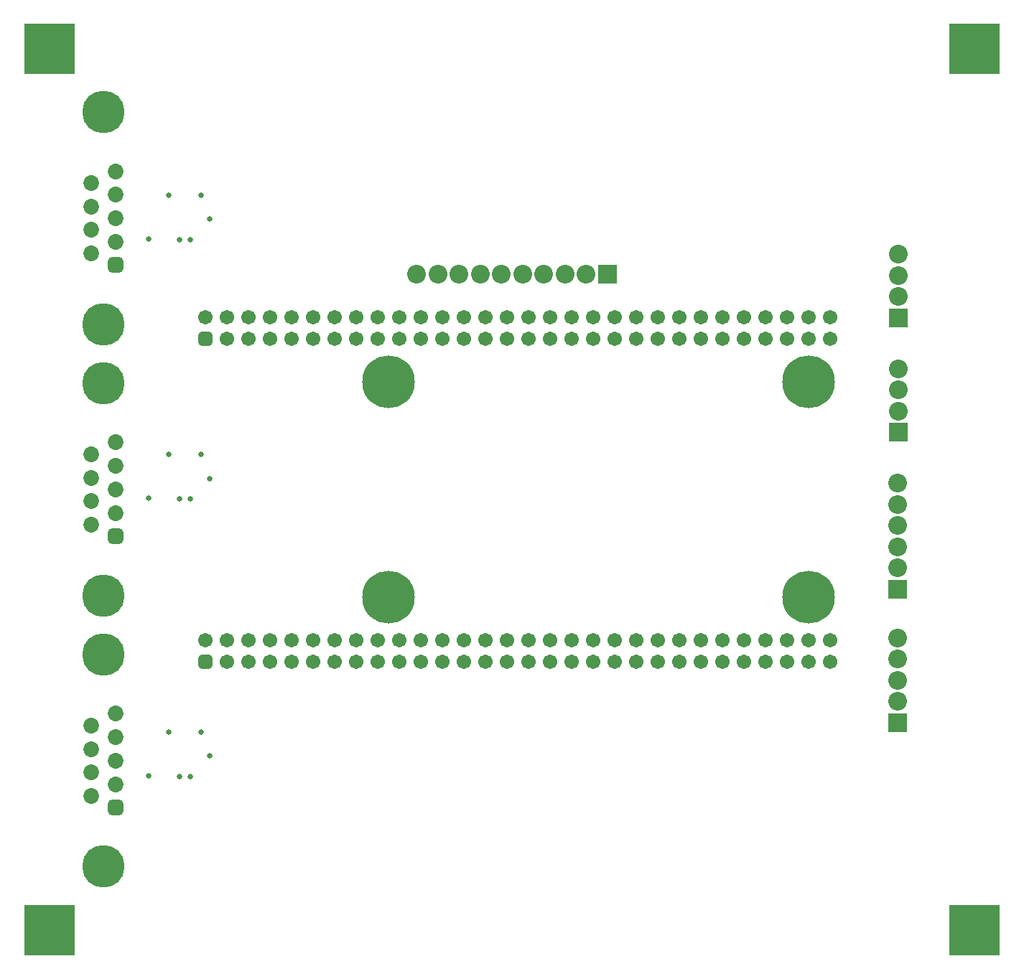
<source format=gbs>
G04*
G04 #@! TF.GenerationSoftware,Altium Limited,Altium Designer,26.1.1 (7)*
G04*
G04 Layer_Color=16711935*
%FSLAX44Y44*%
%MOMM*%
G71*
G04*
G04 #@! TF.SameCoordinates,87C32F03-2C6B-453D-A3F9-AEB93C4BCAE5*
G04*
G04*
G04 #@! TF.FilePolarity,Negative*
G04*
G01*
G75*
%ADD10R,6.0000X6.0000*%
%ADD16C,1.8532*%
G04:AMPARAMS|DCode=17|XSize=1.8532mm|YSize=1.8532mm|CornerRadius=0.5141mm|HoleSize=0mm|Usage=FLASHONLY|Rotation=270.000|XOffset=0mm|YOffset=0mm|HoleType=Round|Shape=RoundedRectangle|*
%AMROUNDEDRECTD17*
21,1,1.8532,0.8250,0,0,270.0*
21,1,0.8250,1.8532,0,0,270.0*
1,1,1.0282,-0.4125,-0.4125*
1,1,1.0282,-0.4125,0.4125*
1,1,1.0282,0.4125,0.4125*
1,1,1.0282,0.4125,-0.4125*
%
%ADD17ROUNDEDRECTD17*%
%ADD18C,5.0032*%
%ADD19C,1.7032*%
G04:AMPARAMS|DCode=20|XSize=1.7032mm|YSize=1.7032mm|CornerRadius=0.4766mm|HoleSize=0mm|Usage=FLASHONLY|Rotation=0.000|XOffset=0mm|YOffset=0mm|HoleType=Round|Shape=RoundedRectangle|*
%AMROUNDEDRECTD20*
21,1,1.7032,0.7500,0,0,0.0*
21,1,0.7500,1.7032,0,0,0.0*
1,1,0.9532,0.3750,-0.3750*
1,1,0.9532,-0.3750,-0.3750*
1,1,0.9532,-0.3750,0.3750*
1,1,0.9532,0.3750,0.3750*
%
%ADD20ROUNDEDRECTD20*%
%ADD21R,2.2032X2.2032*%
%ADD22C,2.2032*%
%ADD23R,2.2032X2.2032*%
%ADD24C,0.6532*%
%ADD25C,6.2032*%
%ADD26C,3.2032*%
%ADD44R,6.0004X6.0000*%
D10*
X29997Y1070000D02*
D03*
X1119997Y1070000D02*
D03*
X29997Y30000D02*
D03*
D16*
X107200Y550000D02*
D03*
Y577700D02*
D03*
Y605400D02*
D03*
Y522300D02*
D03*
X78800Y508450D02*
D03*
Y536150D02*
D03*
Y563850D02*
D03*
Y591550D02*
D03*
Y911550D02*
D03*
Y883850D02*
D03*
Y856150D02*
D03*
Y828450D02*
D03*
X107200Y842300D02*
D03*
Y925400D02*
D03*
Y897700D02*
D03*
Y870000D02*
D03*
X78800Y271550D02*
D03*
Y243850D02*
D03*
Y216150D02*
D03*
Y188450D02*
D03*
X107200Y202300D02*
D03*
Y285400D02*
D03*
Y257700D02*
D03*
Y230000D02*
D03*
D17*
Y494600D02*
D03*
Y814600D02*
D03*
Y174600D02*
D03*
D18*
X93000Y675000D02*
D03*
Y425000D02*
D03*
Y745000D02*
D03*
Y995000D02*
D03*
Y105000D02*
D03*
Y355000D02*
D03*
D19*
X950000Y753200D02*
D03*
X924600D02*
D03*
X899200D02*
D03*
X873800D02*
D03*
X848400D02*
D03*
X823000D02*
D03*
X797600D02*
D03*
X772200D02*
D03*
X746800D02*
D03*
X950000Y727800D02*
D03*
X924600D02*
D03*
X899200D02*
D03*
X873800D02*
D03*
X848400D02*
D03*
X823000D02*
D03*
X797600D02*
D03*
X772200D02*
D03*
X746800D02*
D03*
X721400Y753200D02*
D03*
X696000D02*
D03*
X721400Y727800D02*
D03*
X696000D02*
D03*
X619800Y753200D02*
D03*
Y727800D02*
D03*
X594400Y753200D02*
D03*
Y727800D02*
D03*
X543600Y753200D02*
D03*
Y727800D02*
D03*
X416600Y753200D02*
D03*
Y727800D02*
D03*
X365800Y753200D02*
D03*
Y727800D02*
D03*
X315000Y753200D02*
D03*
Y727800D02*
D03*
X264200Y753200D02*
D03*
Y727800D02*
D03*
X238800Y753200D02*
D03*
Y727800D02*
D03*
X213400Y753200D02*
D03*
X289600Y727800D02*
D03*
Y753200D02*
D03*
X340400Y727800D02*
D03*
Y753200D02*
D03*
X391200Y727800D02*
D03*
Y753200D02*
D03*
X442000Y727800D02*
D03*
Y753200D02*
D03*
X467400Y727800D02*
D03*
Y753200D02*
D03*
X492800Y727800D02*
D03*
Y753200D02*
D03*
X518200Y727800D02*
D03*
Y753200D02*
D03*
X569000Y727800D02*
D03*
Y753200D02*
D03*
X645200Y727800D02*
D03*
X670600D02*
D03*
X645200Y753200D02*
D03*
X670600D02*
D03*
X950000Y372200D02*
D03*
X924600D02*
D03*
X899200D02*
D03*
X873800D02*
D03*
X848400D02*
D03*
X823000D02*
D03*
X797600D02*
D03*
X772200D02*
D03*
X746800D02*
D03*
X950000Y346800D02*
D03*
X924600D02*
D03*
X899200D02*
D03*
X873800D02*
D03*
X848400D02*
D03*
X823000D02*
D03*
X797600D02*
D03*
X772200D02*
D03*
X746800D02*
D03*
X721400Y372200D02*
D03*
X696000D02*
D03*
X721400Y346800D02*
D03*
X696000D02*
D03*
X619800Y372200D02*
D03*
Y346800D02*
D03*
X594400Y372200D02*
D03*
Y346800D02*
D03*
X543600Y372200D02*
D03*
Y346800D02*
D03*
X416600Y372200D02*
D03*
Y346800D02*
D03*
X365800Y372200D02*
D03*
Y346800D02*
D03*
X315000Y372200D02*
D03*
Y346800D02*
D03*
X264200Y372200D02*
D03*
Y346800D02*
D03*
X238800Y372200D02*
D03*
Y346800D02*
D03*
X213400Y372200D02*
D03*
X289600Y346800D02*
D03*
Y372200D02*
D03*
X340400Y346800D02*
D03*
Y372200D02*
D03*
X391200Y346800D02*
D03*
Y372200D02*
D03*
X442000Y346800D02*
D03*
Y372200D02*
D03*
X467400Y346800D02*
D03*
Y372200D02*
D03*
X492800Y346800D02*
D03*
Y372200D02*
D03*
X518200Y346800D02*
D03*
Y372200D02*
D03*
X569000Y346800D02*
D03*
Y372200D02*
D03*
X645200Y346800D02*
D03*
X670600D02*
D03*
X645200Y372200D02*
D03*
X670600D02*
D03*
D20*
X213400Y727800D02*
D03*
Y346800D02*
D03*
D21*
X1030000Y752300D02*
D03*
X1029992Y432500D02*
D03*
Y275000D02*
D03*
X1030000Y617300D02*
D03*
D22*
Y777300D02*
D03*
Y802300D02*
D03*
Y827300D02*
D03*
X1029992Y557500D02*
D03*
Y532500D02*
D03*
Y457500D02*
D03*
Y482500D02*
D03*
Y507500D02*
D03*
X487500Y804000D02*
D03*
X512500D02*
D03*
X537500D02*
D03*
X562500D02*
D03*
X587500D02*
D03*
X612500D02*
D03*
X637500D02*
D03*
X662500D02*
D03*
X462500D02*
D03*
X1029992Y300000D02*
D03*
Y325000D02*
D03*
Y350000D02*
D03*
Y375000D02*
D03*
X1030000Y642300D02*
D03*
Y667300D02*
D03*
Y692300D02*
D03*
D23*
X687500Y804000D02*
D03*
D24*
X146270Y212420D02*
D03*
X146270Y845370D02*
D03*
X183100Y844400D02*
D03*
X195800D02*
D03*
X218660Y868850D02*
D03*
X170400Y896900D02*
D03*
X208500D02*
D03*
Y591000D02*
D03*
X208500Y263950D02*
D03*
X170400Y591000D02*
D03*
X218660Y562950D02*
D03*
X195800Y538500D02*
D03*
X183100D02*
D03*
X146270Y539470D02*
D03*
X183100Y211450D02*
D03*
X195800D02*
D03*
X218660Y235900D02*
D03*
X170400Y263950D02*
D03*
D25*
X429300Y423000D02*
D03*
X924600D02*
D03*
Y677000D02*
D03*
X429300D02*
D03*
D26*
X1120000Y1070000D02*
D03*
Y30000D02*
D03*
X30000Y30000D02*
D03*
Y1070000D02*
D03*
D44*
X1119998Y30000D02*
D03*
M02*

</source>
